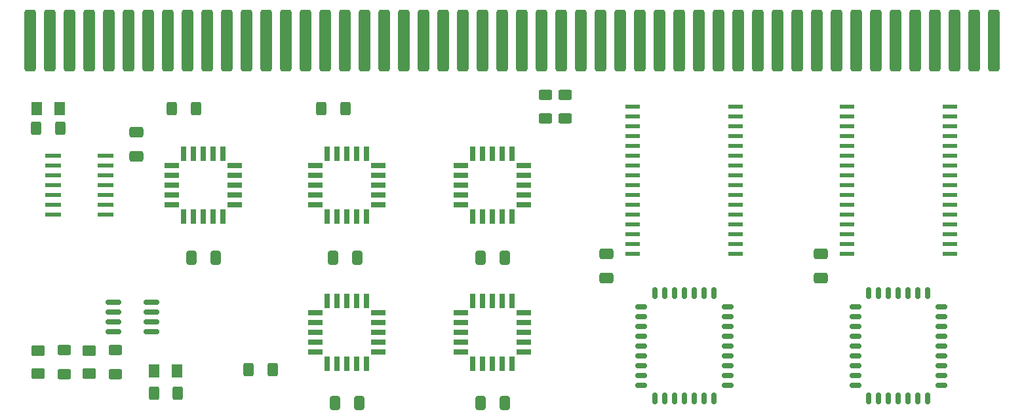
<source format=gtp>
%TF.GenerationSoftware,KiCad,Pcbnew,9.0.2*%
%TF.CreationDate,2025-06-19T05:33:31+06:00*%
%TF.ProjectId,Amiga500 Actionreplay 5,416d6967-6135-4303-9020-416374696f6e,rev?*%
%TF.SameCoordinates,Original*%
%TF.FileFunction,Paste,Top*%
%TF.FilePolarity,Positive*%
%FSLAX46Y46*%
G04 Gerber Fmt 4.6, Leading zero omitted, Abs format (unit mm)*
G04 Created by KiCad (PCBNEW 9.0.2) date 2025-06-19 05:33:31*
%MOMM*%
%LPD*%
G01*
G04 APERTURE LIST*
G04 Aperture macros list*
%AMRoundRect*
0 Rectangle with rounded corners*
0 $1 Rounding radius*
0 $2 $3 $4 $5 $6 $7 $8 $9 X,Y pos of 4 corners*
0 Add a 4 corners polygon primitive as box body*
4,1,4,$2,$3,$4,$5,$6,$7,$8,$9,$2,$3,0*
0 Add four circle primitives for the rounded corners*
1,1,$1+$1,$2,$3*
1,1,$1+$1,$4,$5*
1,1,$1+$1,$6,$7*
1,1,$1+$1,$8,$9*
0 Add four rect primitives between the rounded corners*
20,1,$1+$1,$2,$3,$4,$5,0*
20,1,$1+$1,$4,$5,$6,$7,0*
20,1,$1+$1,$6,$7,$8,$9,0*
20,1,$1+$1,$8,$9,$2,$3,0*%
G04 Aperture macros list end*
%ADD10R,1.866900X0.558800*%
%ADD11R,2.159000X0.558800*%
%ADD12R,0.700000X1.925000*%
%ADD13R,1.925000X0.700000*%
%ADD14RoundRect,0.150000X-0.825000X-0.150000X0.825000X-0.150000X0.825000X0.150000X-0.825000X0.150000X0*%
%ADD15RoundRect,0.250000X-0.625000X0.400000X-0.625000X-0.400000X0.625000X-0.400000X0.625000X0.400000X0*%
%ADD16RoundRect,0.250000X-0.412500X-0.650000X0.412500X-0.650000X0.412500X0.650000X-0.412500X0.650000X0*%
%ADD17RoundRect,0.250000X0.650000X-0.412500X0.650000X0.412500X-0.650000X0.412500X-0.650000X-0.412500X0*%
%ADD18RoundRect,0.250001X0.624999X-0.462499X0.624999X0.462499X-0.624999X0.462499X-0.624999X-0.462499X0*%
%ADD19RoundRect,0.250000X-0.400000X-0.625000X0.400000X-0.625000X0.400000X0.625000X-0.400000X0.625000X0*%
%ADD20RoundRect,0.250001X0.462499X0.624999X-0.462499X0.624999X-0.462499X-0.624999X0.462499X-0.624999X0*%
%ADD21RoundRect,0.250000X0.400000X0.625000X-0.400000X0.625000X-0.400000X-0.625000X0.400000X-0.625000X0*%
%ADD22RoundRect,0.150000X0.150000X0.587500X-0.150000X0.587500X-0.150000X-0.587500X0.150000X-0.587500X0*%
%ADD23RoundRect,0.150000X0.587500X0.150000X-0.587500X0.150000X-0.587500X-0.150000X0.587500X-0.150000X0*%
%ADD24RoundRect,0.381000X0.381000X-3.619000X0.381000X3.619000X-0.381000X3.619000X-0.381000X-3.619000X0*%
G04 APERTURE END LIST*
D10*
%TO.C,U10*%
X205742918Y-57244400D03*
X205742918Y-55974400D03*
X205742918Y-54704400D03*
X205742918Y-53434400D03*
X205742918Y-52164400D03*
X205742918Y-50894400D03*
X205742918Y-49624400D03*
X205742918Y-48354400D03*
X205742918Y-47084400D03*
X205742918Y-45814400D03*
X205742918Y-44544400D03*
X205742918Y-43274400D03*
X205742918Y-42004400D03*
X205742918Y-40734400D03*
X205742918Y-39464400D03*
X205742918Y-38194400D03*
X192446018Y-38194400D03*
X192446018Y-39464400D03*
X192446018Y-40734400D03*
X192446018Y-42004400D03*
X192446018Y-43274400D03*
X192446018Y-44544400D03*
X192446018Y-45814400D03*
X192446018Y-47084400D03*
X192446018Y-48354400D03*
X192446018Y-49624400D03*
X192446018Y-50894400D03*
X192446018Y-52164400D03*
X192446018Y-53434400D03*
X192446018Y-54704400D03*
X192446018Y-55974400D03*
X192446018Y-57244400D03*
%TD*%
D11*
%TO.C,U6*%
X89911800Y-44544400D03*
X89911800Y-45814400D03*
X89911800Y-47084400D03*
X89911800Y-48354400D03*
X89911800Y-49624400D03*
X89911800Y-50894400D03*
X89911800Y-52164400D03*
X96668200Y-52164400D03*
X96668200Y-50894400D03*
X96668200Y-49624400D03*
X96668200Y-48354400D03*
X96668200Y-47084400D03*
X96668200Y-45814400D03*
X96668200Y-44544400D03*
%TD*%
D12*
%TO.C,U4*%
X127822500Y-52406900D03*
X129092500Y-52406900D03*
X130362500Y-52406900D03*
D13*
X131875000Y-50894400D03*
X131875000Y-49624400D03*
X131875000Y-48354400D03*
X131875000Y-47084400D03*
X131875000Y-45814400D03*
D12*
X130362500Y-44301900D03*
X129092500Y-44301900D03*
X127822500Y-44301900D03*
X126552500Y-44301900D03*
X125282500Y-44301900D03*
D13*
X123770000Y-45814400D03*
X123770000Y-47084400D03*
X123770000Y-48354400D03*
X123770000Y-49624400D03*
X123770000Y-50894400D03*
D12*
X125282500Y-52406900D03*
X126552500Y-52406900D03*
%TD*%
D14*
%TO.C,U11*%
X97673000Y-63467400D03*
X97673000Y-64737400D03*
X97673000Y-66007400D03*
X97673000Y-67277400D03*
X102623000Y-67277400D03*
X102623000Y-66007400D03*
X102623000Y-64737400D03*
X102623000Y-63467400D03*
%TD*%
D15*
%TO.C,R1*%
X91306000Y-69709400D03*
X91306000Y-72809400D03*
%TD*%
D12*
%TO.C,U5*%
X109280500Y-52406900D03*
X110550500Y-52406900D03*
X111820500Y-52406900D03*
D13*
X113333000Y-50894400D03*
X113333000Y-49624400D03*
X113333000Y-48354400D03*
X113333000Y-47084400D03*
X113333000Y-45814400D03*
D12*
X111820500Y-44301900D03*
X110550500Y-44301900D03*
X109280500Y-44301900D03*
X108010500Y-44301900D03*
X106740500Y-44301900D03*
D13*
X105228000Y-45814400D03*
X105228000Y-47084400D03*
X105228000Y-48354400D03*
X105228000Y-49624400D03*
X105228000Y-50894400D03*
D12*
X106740500Y-52406900D03*
X108010500Y-52406900D03*
%TD*%
D15*
%TO.C,R9*%
X153488000Y-36644400D03*
X153488000Y-39744400D03*
%TD*%
D16*
%TO.C,C8*%
X145067500Y-76548400D03*
X148192500Y-76548400D03*
%TD*%
D15*
%TO.C,R7*%
X97910000Y-69709400D03*
X97910000Y-72809400D03*
%TD*%
D17*
%TO.C,C10*%
X189048000Y-60330900D03*
X189048000Y-57205900D03*
%TD*%
D15*
%TO.C,R10*%
X156028000Y-36644400D03*
X156028000Y-39744400D03*
%TD*%
D18*
%TO.C,D4*%
X87956000Y-72724400D03*
X87956000Y-69749400D03*
%TD*%
D16*
%TO.C,C7*%
X145067500Y-57752400D03*
X148192500Y-57752400D03*
%TD*%
D17*
%TO.C,C4*%
X161362000Y-60330900D03*
X161362000Y-57205900D03*
%TD*%
D19*
%TO.C,R5*%
X102882500Y-75278400D03*
X105982500Y-75278400D03*
%TD*%
%TO.C,R6*%
X115108000Y-72230400D03*
X118208000Y-72230400D03*
%TD*%
D12*
%TO.C,U3*%
X127822500Y-71456900D03*
X129092500Y-71456900D03*
X130362500Y-71456900D03*
D13*
X131875000Y-69944400D03*
X131875000Y-68674400D03*
X131875000Y-67404400D03*
X131875000Y-66134400D03*
X131875000Y-64864400D03*
D12*
X130362500Y-63351900D03*
X129092500Y-63351900D03*
X127822500Y-63351900D03*
X126552500Y-63351900D03*
X125282500Y-63351900D03*
D13*
X123770000Y-64864400D03*
X123770000Y-66134400D03*
X123770000Y-67404400D03*
X123770000Y-68674400D03*
X123770000Y-69944400D03*
D12*
X125282500Y-71456900D03*
X126552500Y-71456900D03*
%TD*%
D16*
%TO.C,C9*%
X107718000Y-57752400D03*
X110843000Y-57752400D03*
%TD*%
D19*
%TO.C,R3*%
X87676000Y-40988400D03*
X90776000Y-40988400D03*
%TD*%
D20*
%TO.C,D1*%
X90713500Y-38448400D03*
X87738500Y-38448400D03*
%TD*%
D21*
%TO.C,R8*%
X127606000Y-38448400D03*
X124506000Y-38448400D03*
%TD*%
D16*
%TO.C,C2*%
X126260000Y-76548400D03*
X129385000Y-76548400D03*
%TD*%
D12*
%TO.C,U2*%
X146630000Y-71456900D03*
X147900000Y-71456900D03*
X149170000Y-71456900D03*
D13*
X150682500Y-69944400D03*
X150682500Y-68674400D03*
X150682500Y-67404400D03*
X150682500Y-66134400D03*
X150682500Y-64864400D03*
D12*
X149170000Y-63351900D03*
X147900000Y-63351900D03*
X146630000Y-63351900D03*
X145360000Y-63351900D03*
X144090000Y-63351900D03*
D13*
X142577500Y-64864400D03*
X142577500Y-66134400D03*
X142577500Y-67404400D03*
X142577500Y-68674400D03*
X142577500Y-69944400D03*
D12*
X144090000Y-71456900D03*
X145360000Y-71456900D03*
%TD*%
D10*
%TO.C,U8*%
X178056918Y-57244400D03*
X178056918Y-55974400D03*
X178056918Y-54704400D03*
X178056918Y-53434400D03*
X178056918Y-52164400D03*
X178056918Y-50894400D03*
X178056918Y-49624400D03*
X178056918Y-48354400D03*
X178056918Y-47084400D03*
X178056918Y-45814400D03*
X178056918Y-44544400D03*
X178056918Y-43274400D03*
X178056918Y-42004400D03*
X178056918Y-40734400D03*
X178056918Y-39464400D03*
X178056918Y-38194400D03*
X164760018Y-38194400D03*
X164760018Y-39464400D03*
X164760018Y-40734400D03*
X164760018Y-42004400D03*
X164760018Y-43274400D03*
X164760018Y-44544400D03*
X164760018Y-45814400D03*
X164760018Y-47084400D03*
X164760018Y-48354400D03*
X164760018Y-49624400D03*
X164760018Y-50894400D03*
X164760018Y-52164400D03*
X164760018Y-53434400D03*
X164760018Y-54704400D03*
X164760018Y-55974400D03*
X164760018Y-57244400D03*
%TD*%
D22*
%TO.C,U9*%
X171408468Y-75978400D03*
X172678468Y-75978400D03*
X173948468Y-75978400D03*
X175218468Y-75978400D03*
D23*
X176970968Y-74220900D03*
X176970968Y-72950900D03*
X176970968Y-71680900D03*
X176970968Y-70410900D03*
X176970968Y-69140900D03*
X176970968Y-67870900D03*
X176970968Y-66600900D03*
X176970968Y-65330900D03*
X176970968Y-64060900D03*
D22*
X175218468Y-62303400D03*
X173948468Y-62303400D03*
X172678468Y-62303400D03*
X171408468Y-62303400D03*
X170138468Y-62303400D03*
X168868468Y-62303400D03*
X167598468Y-62303400D03*
D23*
X165845968Y-64060900D03*
X165845968Y-65330900D03*
X165845968Y-66600900D03*
X165845968Y-67870900D03*
X165845968Y-69140900D03*
X165845968Y-70410900D03*
X165845968Y-71680900D03*
X165845968Y-72950900D03*
X165845968Y-74220900D03*
D22*
X167598468Y-75978400D03*
X168868468Y-75978400D03*
X170138468Y-75978400D03*
%TD*%
D19*
%TO.C,R4*%
X105202000Y-38448400D03*
X108302000Y-38448400D03*
%TD*%
D20*
%TO.C,D3*%
X105897500Y-72380400D03*
X102922500Y-72380400D03*
%TD*%
D22*
%TO.C,U7*%
X199050018Y-75978400D03*
X200320018Y-75978400D03*
X201590018Y-75978400D03*
X202860018Y-75978400D03*
D23*
X204612518Y-74220900D03*
X204612518Y-72950900D03*
X204612518Y-71680900D03*
X204612518Y-70410900D03*
X204612518Y-69140900D03*
X204612518Y-67870900D03*
X204612518Y-66600900D03*
X204612518Y-65330900D03*
X204612518Y-64060900D03*
D22*
X202860018Y-62303400D03*
X201590018Y-62303400D03*
X200320018Y-62303400D03*
X199050018Y-62303400D03*
X197780018Y-62303400D03*
X196510018Y-62303400D03*
X195240018Y-62303400D03*
D23*
X193487518Y-64060900D03*
X193487518Y-65330900D03*
X193487518Y-66600900D03*
X193487518Y-67870900D03*
X193487518Y-69140900D03*
X193487518Y-70410900D03*
X193487518Y-71680900D03*
X193487518Y-72950900D03*
X193487518Y-74220900D03*
D22*
X195240018Y-75978400D03*
X196510018Y-75978400D03*
X197780018Y-75978400D03*
%TD*%
D12*
%TO.C,U1*%
X146630000Y-52406900D03*
X147900000Y-52406900D03*
X149170000Y-52406900D03*
D13*
X150682500Y-50894400D03*
X150682500Y-49624400D03*
X150682500Y-48354400D03*
X150682500Y-47084400D03*
X150682500Y-45814400D03*
D12*
X149170000Y-44301900D03*
X147900000Y-44301900D03*
X146630000Y-44301900D03*
X145360000Y-44301900D03*
X144090000Y-44301900D03*
D13*
X142577500Y-45814400D03*
X142577500Y-47084400D03*
X142577500Y-48354400D03*
X142577500Y-49624400D03*
X142577500Y-50894400D03*
D12*
X144090000Y-52406900D03*
X145360000Y-52406900D03*
%TD*%
D18*
%TO.C,D2*%
X94560000Y-72724400D03*
X94560000Y-69749400D03*
%TD*%
D16*
%TO.C,C5*%
X126006000Y-57752400D03*
X129131000Y-57752400D03*
%TD*%
D24*
%TO.C,J1*%
X86940000Y-29676400D03*
X89480000Y-29676400D03*
X92020000Y-29676400D03*
X94560000Y-29676400D03*
X97100000Y-29676400D03*
X99640000Y-29676400D03*
X102180000Y-29676400D03*
X104720000Y-29676400D03*
X107260000Y-29676400D03*
X109800000Y-29676400D03*
X112340000Y-29676400D03*
X114880000Y-29676400D03*
X117420000Y-29676400D03*
X119960000Y-29676400D03*
X122500000Y-29676400D03*
X125040000Y-29676400D03*
X127580000Y-29676400D03*
X130120000Y-29676400D03*
X132660000Y-29676400D03*
X135200000Y-29676400D03*
X137740000Y-29676400D03*
X140280000Y-29676400D03*
X142820000Y-29676400D03*
X145360000Y-29676400D03*
X147900000Y-29676400D03*
X150440000Y-29676400D03*
X152980000Y-29676400D03*
X155520000Y-29676400D03*
X158060000Y-29676400D03*
X160600000Y-29676400D03*
X163140000Y-29676400D03*
X165680000Y-29676400D03*
X168220000Y-29676400D03*
X170760000Y-29676400D03*
X173300000Y-29676400D03*
X175840000Y-29676400D03*
X178380000Y-29676400D03*
X180920000Y-29676400D03*
X183460000Y-29676400D03*
X186000000Y-29676400D03*
X188540000Y-29676400D03*
X191080000Y-29676400D03*
X193620000Y-29676400D03*
X196160000Y-29676400D03*
X198700000Y-29676400D03*
X201240000Y-29676400D03*
X203780000Y-29676400D03*
X206320000Y-29676400D03*
X208860000Y-29676400D03*
X211400000Y-29676400D03*
%TD*%
D17*
%TO.C,C3*%
X100656000Y-44582900D03*
X100656000Y-41457900D03*
%TD*%
M02*

</source>
